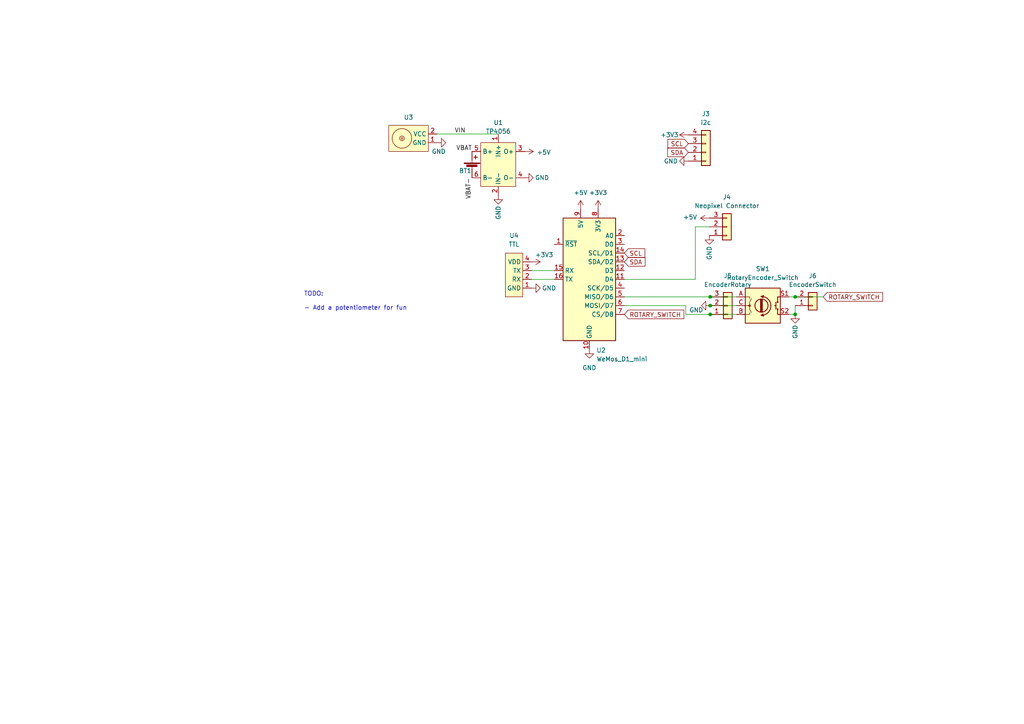
<source format=kicad_sch>
(kicad_sch (version 20211123) (generator eeschema)
  (paper "A4")
  (lib_symbols
    (symbol "Connector_Generic:Conn_01x02" (pin_names (offset 1.016) hide)
      (property "Reference" "J" (at 0 2.54 0))
      (property "Value" "Conn_01x02" (at 0 -5.08 0))
      (symbol "Conn_01x02_1_1"
        (rectangle (start -1.27 -2.413) (end 0 -2.667) (stroke (width 0.1524)))
        (rectangle (start -1.27 0.127) (end 0 -0.127) (stroke (width 0.1524)))
        (rectangle (start -1.27 1.27) (end 1.27 -3.81) (stroke (width 0.254)) (fill (type background)))
        (pin passive line (at -5.08 0 0) (length 3.81) (name "Pin_1") (number "1"))
        (pin passive line (at -5.08 -2.54 0) (length 3.81) (name "Pin_2") (number "2"))
      )
    )
    (symbol "Connector_Generic:Conn_01x03" (pin_names (offset 1.016) hide)
      (property "Reference" "J" (at 0 5.08 0))
      (property "Value" "Conn_01x03" (at 0 -5.08 0))
      (symbol "Conn_01x03_1_1"
        (rectangle (start -1.27 -2.413) (end 0 -2.667) (stroke (width 0.1524)))
        (rectangle (start -1.27 0.127) (end 0 -0.127) (stroke (width 0.1524)))
        (rectangle (start -1.27 2.667) (end 0 2.413) (stroke (width 0.1524)))
        (rectangle (start -1.27 3.81) (end 1.27 -3.81) (stroke (width 0.254)) (fill (type background)))
        (pin passive line (at -5.08 2.54 0) (length 3.81) (name "Pin_1") (number "1"))
        (pin passive line (at -5.08 0 0) (length 3.81) (name "Pin_2") (number "2"))
        (pin passive line (at -5.08 -2.54 0) (length 3.81) (name "Pin_3") (number "3"))
      )
    )
    (symbol "Connector_Generic:Conn_01x04" (pin_names (offset 1.016) hide)
      (property "Reference" "J" (at 0 5.08 0))
      (property "Value" "Conn_01x04" (at 0 -7.62 0))
      (symbol "Conn_01x04_1_1"
        (rectangle (start -1.27 -4.953) (end 0 -5.207) (stroke (width 0.1524)))
        (rectangle (start -1.27 -2.413) (end 0 -2.667) (stroke (width 0.1524)))
        (rectangle (start -1.27 0.127) (end 0 -0.127) (stroke (width 0.1524)))
        (rectangle (start -1.27 2.667) (end 0 2.413) (stroke (width 0.1524)))
        (rectangle (start -1.27 3.81) (end 1.27 -6.35) (stroke (width 0.254)) (fill (type background)))
        (pin passive line (at -5.08 2.54 0) (length 3.81) (name "Pin_1") (number "1"))
        (pin passive line (at -5.08 0 0) (length 3.81) (name "Pin_2") (number "2"))
        (pin passive line (at -5.08 -2.54 0) (length 3.81) (name "Pin_3") (number "3"))
        (pin passive line (at -5.08 -5.08 0) (length 3.81) (name "Pin_4") (number "4"))
      )
    )
    (symbol "Device:Battery_Cell" (pin_numbers hide) (pin_names (offset 0) hide)
      (property "Reference" "BT" (at 2.54 2.54 0))
      (property "Value" "Battery_Cell" (at 2.54 0 0))
      (symbol "Battery_Cell_0_1"
        (rectangle (start -2.286 1.778) (end 2.286 1.524) (fill (type outline)))
        (rectangle (start -1.5748 1.1938) (end 1.4732 0.6858) (fill (type outline)))
        (polyline (pts (xy 0 0.762) (xy 0 0)))
        (polyline (pts (xy 0 1.778) (xy 0 2.54)))
        (polyline (pts (xy 0.508 3.429) (xy 1.524 3.429)) (stroke (width 0.254)))
        (polyline (pts (xy 1.016 3.937) (xy 1.016 2.921)) (stroke (width 0.254)))
      )
      (symbol "Battery_Cell_1_1"
        (pin passive line (at 0 5.08 270) (length 2.54) (name "+") (number "1"))
        (pin passive line (at 0 -2.54 90) (length 2.54) (name "-") (number "2"))
      )
    )
    (symbol "Device:RotaryEncoder_Switch" (pin_names (offset 0.254) hide)
      (property "Reference" "SW" (at 0 6.604 0))
      (property "Value" "RotaryEncoder_Switch" (at 0 -6.604 0))
      (symbol "RotaryEncoder_Switch_0_1"
        (rectangle (start -5.08 5.08) (end 5.08 -5.08) (stroke (width 0.254)) (fill (type background)))
        (circle (center -3.81 0) (radius 0.254) (fill (type outline)))
        (arc (start -0.381 -2.794) (mid 2.3622 -0.0508) (end -0.381 2.667) (stroke (width 0.254)))
        (circle (center -0.381 0) (radius 1.905) (stroke (width 0.254)))
        (polyline (pts (xy -0.635 -1.778) (xy -0.635 1.778)) (stroke (width 0.254)))
        (polyline (pts (xy -0.381 -1.778) (xy -0.381 1.778)) (stroke (width 0.254)))
        (polyline (pts (xy -0.127 1.778) (xy -0.127 -1.778)) (stroke (width 0.254)))
        (polyline (pts (xy 3.81 0) (xy 3.429 0)) (stroke (width 0.254)))
        (polyline (pts (xy 3.81 1.016) (xy 3.81 -1.016)) (stroke (width 0.254)))
        (polyline (pts (xy -5.08 -2.54) (xy -3.81 -2.54) (xy -3.81 -2.032)))
        (polyline (pts (xy -5.08 2.54) (xy -3.81 2.54) (xy -3.81 2.032)))
        (polyline (pts (xy 0.254 -3.048) (xy -0.508 -2.794) (xy 0.127 -2.413)) (stroke (width 0.254)))
        (polyline (pts (xy 0.254 2.921) (xy -0.508 2.667) (xy 0.127 2.286)) (stroke (width 0.254)))
        (polyline (pts (xy 5.08 -2.54) (xy 4.318 -2.54) (xy 4.318 -1.016)) (stroke (width 0.254)))
        (polyline (pts (xy 5.08 2.54) (xy 4.318 2.54) (xy 4.318 1.016)) (stroke (width 0.254)))
        (polyline (pts (xy -5.08 0) (xy -3.81 0) (xy -3.81 -1.016) (xy -3.302 -2.032)))
        (polyline (pts (xy -4.318 0) (xy -3.81 0) (xy -3.81 1.016) (xy -3.302 2.032)))
        (circle (center 4.318 -1.016) (radius 0.127) (stroke (width 0.254)))
        (circle (center 4.318 1.016) (radius 0.127) (stroke (width 0.254)))
      )
      (symbol "RotaryEncoder_Switch_1_1"
        (pin passive line (at -7.62 2.54 0) (length 2.54) (name "A") (number "A"))
        (pin passive line (at -7.62 -2.54 0) (length 2.54) (name "B") (number "B"))
        (pin passive line (at -7.62 0 0) (length 2.54) (name "C") (number "C"))
        (pin passive line (at 7.62 2.54 180) (length 2.54) (name "S1") (number "S1"))
        (pin passive line (at 7.62 -2.54 180) (length 2.54) (name "S2") (number "S2"))
      )
    )
    (symbol "MCU_Module:WeMos_D1_mini"
      (property "Reference" "U" (at 3.81 19.05 0))
      (property "Value" "WeMos_D1_mini" (at 1.27 -19.05 0))
      (symbol "WeMos_D1_mini_1_1"
        (rectangle (start -7.62 17.78) (end 7.62 -17.78) (stroke (width 0.254)) (fill (type background)))
        (pin input line (at -10.16 10.16 0) (length 2.54) (name "~{RST}") (number "1"))
        (pin power_in line (at 0 -20.32 90) (length 2.54) (name "GND") (number "10"))
        (pin bidirectional line (at 10.16 0 180) (length 2.54) (name "D4") (number "11"))
        (pin bidirectional line (at 10.16 2.54 180) (length 2.54) (name "D3") (number "12"))
        (pin bidirectional line (at 10.16 5.08 180) (length 2.54) (name "SDA/D2") (number "13"))
        (pin bidirectional line (at 10.16 7.62 180) (length 2.54) (name "SCL/D1") (number "14"))
        (pin input line (at -10.16 2.54 0) (length 2.54) (name "RX") (number "15"))
        (pin output line (at -10.16 0 0) (length 2.54) (name "TX") (number "16"))
        (pin input line (at 10.16 12.7 180) (length 2.54) (name "A0") (number "2"))
        (pin bidirectional line (at 10.16 10.16 180) (length 2.54) (name "D0") (number "3"))
        (pin bidirectional line (at 10.16 -2.54 180) (length 2.54) (name "SCK/D5") (number "4"))
        (pin bidirectional line (at 10.16 -5.08 180) (length 2.54) (name "MISO/D6") (number "5"))
        (pin bidirectional line (at 10.16 -7.62 180) (length 2.54) (name "MOSI/D7") (number "6"))
        (pin bidirectional line (at 10.16 -10.16 180) (length 2.54) (name "CS/D8") (number "7"))
        (pin power_out line (at 2.54 20.32 270) (length 2.54) (name "3V3") (number "8"))
        (pin power_in line (at -2.54 20.32 270) (length 2.54) (name "5V") (number "9"))
      )
    )
    (symbol "TP4056:TP4056"
      (property "Reference" "U" (at -5.715 7.62 0))
      (property "Value" "TP4056" (at 3.81 -7.62 0))
      (symbol "TP4056_0_1"
        (rectangle (start -5.08 6.35) (end 5.08 -6.35) (fill (type background)))
      )
      (symbol "TP4056_1_1"
        (pin power_in line (at 0 8.89 270) (length 2.54) (name "IN+") (number "1"))
        (pin power_in line (at 0 -8.89 90) (length 2.54) (name "IN-") (number "2"))
        (pin power_out line (at 7.62 3.81 180) (length 2.54) (name "O+") (number "3"))
        (pin power_out line (at 7.62 -3.81 180) (length 2.54) (name "O-") (number "4"))
        (pin power_in line (at -7.62 3.81 0) (length 2.54) (name "B+") (number "5"))
        (pin power_in line (at -7.62 -3.81 0) (length 2.54) (name "B-") (number "6"))
      )
    )
    (symbol "ftdi-connector:TTL"
      (property "Reference" "U" (at -6.1468 2.3368 0))
      (property "Value" "TTL" (at 2.54 7.62 0))
      (symbol "TTL_0_1"
        (rectangle (start 0 5.08) (end 5.08 -7.62) (fill (type background)))
      )
      (symbol "TTL_1_1"
        (pin power_in line (at -2.54 -5.08 0) (length 2.54) (name "GND") (number "1"))
        (pin input line (at -2.54 -2.54 0) (length 2.54) (name "RX") (number "2"))
        (pin output line (at -2.54 0 0) (length 2.54) (name "TX") (number "3"))
        (pin power_in line (at -2.54 2.54 0) (length 2.54) (name "VDD") (number "4"))
      )
    )
    (symbol "magnetic-charger:magnetic-charger"
      (property "Reference" "U" (at 0 5.08 0))
      (symbol "magnetic-charger_0_1"
        (rectangle (start -6.35 3.81) (end 5.08 -3.81) (fill (type background)))
        (circle (center -2.54 0) (radius 0.2583))
        (circle (center -2.54 0) (radius 0.6825))
        (circle (center -2.54 0) (radius 2.8398))
      )
      (symbol "magnetic-charger_1_1"
        (pin power_in line (at 7.62 -1.27 180) (length 2.54) (name "GND") (number "1"))
        (pin power_in line (at 7.62 1.27 180) (length 2.54) (name "VCC") (number "2"))
      )
    )
    (symbol "power:+3V3" (power) (pin_names (offset 0))
      (property "Value" "+3V3" (at 0 3.556 0))
      (symbol "+3V3_0_1"
        (polyline (pts (xy -0.762 1.27) (xy 0 2.54)))
        (polyline (pts (xy 0 0) (xy 0 2.54)))
        (polyline (pts (xy 0 2.54) (xy 0.762 1.27)))
      )
      (symbol "+3V3_1_1"
        (pin power_in line (at 0 0 90) (length 0) hide (name "+3V3") (number "1"))
      )
    )
    (symbol "power:+5V" (power) (pin_names (offset 0))
      (property "Value" "+5V" (at 0 3.556 0))
      (symbol "+5V_0_1"
        (polyline (pts (xy -0.762 1.27) (xy 0 2.54)))
        (polyline (pts (xy 0 0) (xy 0 2.54)))
        (polyline (pts (xy 0 2.54) (xy 0.762 1.27)))
      )
      (symbol "+5V_1_1"
        (pin power_in line (at 0 0 90) (length 0) hide (name "+5V") (number "1"))
      )
    )
    (symbol "power:GND" (power) (pin_names (offset 0))
      (property "Value" "GND" (at 0 -3.81 0))
      (symbol "GND_0_1"
        (polyline (pts (xy 0 0) (xy 0 -1.27) (xy 1.27 -1.27) (xy 0 -2.54) (xy -1.27 -1.27) (xy 0 -1.27)))
      )
      (symbol "GND_1_1"
        (pin power_in line (at 0 0 270) (length 0) hide (name "GND") (number "1"))
      )
    )
  )
  (junction (at 205.994 86.106))
  (junction (at 230.632 86.106))
  (junction (at 205.994 88.646))
  (junction (at 230.632 91.186))
  (junction (at 205.994 91.186))
  (wire (pts (xy 205.994 91.186) (xy 213.614 91.186)))
  (wire (pts (xy 181.102 88.646) (xy 198.882 88.646)))
  (wire (pts (xy 205.994 86.106) (xy 213.614 86.106)))
  (wire (pts (xy 181.102 81.026) (xy 201.676 81.026)))
  (wire (pts (xy 154.178 78.486) (xy 160.782 78.486)))
  (wire (pts (xy 228.854 86.106) (xy 230.632 86.106)))
  (wire (pts (xy 198.882 88.646) (xy 198.882 91.186)))
  (wire (pts (xy 201.676 81.026) (xy 201.676 65.786)))
  (wire (pts (xy 230.632 86.106) (xy 238.76 86.106)))
  (wire (pts (xy 198.882 91.186) (xy 205.994 91.186)))
  (wire (pts (xy 201.676 65.786) (xy 205.74 65.786)))
  (wire (pts (xy 126.746 38.862) (xy 144.526 38.862)))
  (wire (pts (xy 230.632 91.186) (xy 228.854 91.186)))
  (wire (pts (xy 154.178 81.026) (xy 160.782 81.026)))
  (wire (pts (xy 230.632 88.646) (xy 230.632 91.186)))
  (wire (pts (xy 181.102 86.106) (xy 205.994 86.106)))
  (wire (pts (xy 205.994 88.646) (xy 213.614 88.646)))
  (text "TODO:\n\n- Add a potentiometer for fun" (at 88.138 90.17 0) (effects (font (size 1.27 1.27)) (justify left bottom)))
  (label "VBAT-" (at 136.906 51.562 270))
  (label "VBAT" (at 136.906 43.942 180))
  (label "VIN" (at 131.826 38.862 0))
  (global_label "SCL" (shape input) (at 181.102 73.406 0) (property "Intersheet References" "${INTERSHEET_REFS}" (effects hide)))
  (global_label "ROTARY_SWITCH" (shape input) (at 238.76 86.106 0) (property "Intersheet References" "${INTERSHEET_REFS}" (effects hide)))
  (global_label "ROTARY_SWITCH" (shape input) (at 181.102 91.186 0) (property "Intersheet References" "${INTERSHEET_REFS}" (effects hide)))
  (global_label "SDA" (shape input) (at 181.102 75.946 0) (property "Intersheet References" "${INTERSHEET_REFS}" (effects hide)))
  (global_label "SCL" (shape input) (at 199.644 41.656 180) (property "Intersheet References" "${INTERSHEET_REFS}" (effects hide)))
  (global_label "SDA" (shape input) (at 199.644 44.196 180) (property "Intersheet References" "${INTERSHEET_REFS}" (effects hide)))
  (symbol (lib_id "power:GND") (at 126.746 41.402 90) (unit 1)
    (property "Reference" "#PWR0101" (effects hide))
    (property "Value" "GND" (at 129.286 43.942 90) (effects (justify left)))
  )
  (symbol (lib_id "power:GND") (at 205.74 68.326 0) (unit 1)
    (property "Reference" "#PWR0107" (effects hide))
    (property "Value" "GND" (at 205.74 75.438 90) (effects (justify left)))
  )
  (symbol (lib_id "power:+5V") (at 168.402 60.706 0) (unit 1)
    (property "Reference" "#PWR0111" (effects hide))
    (property "Value" "+5V" (at 168.402 55.88 0))
  )
  (symbol (lib_id "power:+3V3") (at 154.178 75.946 270) (unit 1)
    (property "Reference" "#PWR0104" (effects hide))
    (property "Value" "+3V3" (at 155.194 73.914 90) (effects (justify left)))
  )
  (symbol (lib_id "power:+5V") (at 205.74 63.246 90) (unit 1)
    (property "Reference" "#PWR0108" (effects hide))
    (property "Value" "+5V" (at 198.12 62.992 90) (effects (justify right)))
  )
  (symbol (lib_id "power:GND") (at 154.178 83.566 90) (unit 1)
    (property "Reference" "#PWR0105" (effects hide))
    (property "Value" "GND" (at 161.29 83.566 90) (effects (justify left)))
  )
  (symbol (lib_id "ftdi-connector:TTL") (at 151.638 78.486 0) (mirror y) (unit 1)
    (property "Reference" "U4" (at 149.098 68.326 0))
    (property "Value" "TTL" (at 149.098 70.866 0))
    (property "Footprint" "Connector_PinHeader_2.54mm:PinHeader_1x04_P2.54mm_Vertical" (effects hide))
  )
  (symbol (lib_id "power:+5V") (at 152.146 43.942 270) (unit 1)
    (property "Reference" "#PWR0106" (effects hide))
    (property "Value" "+5V" (at 159.766 44.196 90) (effects (justify right)))
  )
  (symbol (lib_id "Connector_Generic:Conn_01x04") (at 204.724 44.196 0) (mirror x) (unit 1)
    (property "Reference" "J3" (at 204.724 33.02 0))
    (property "Value" "i2c" (at 204.724 35.56 0))
    (property "Footprint" "Connector_PinHeader_2.54mm:PinHeader_1x04_P2.54mm_Vertical" (effects hide))
  )
  (symbol (lib_id "magnetic-charger:magnetic-charger") (at 119.126 40.132 0) (unit 1)
    (property "Reference" "U3" (at 118.491 34.036 0))
    (property "Value" "magnetic-charger" (effects hide))
    (property "Footprint" "magnetic-charger:magnetic-charger" (effects hide))
  )
  (symbol (lib_id "power:GND") (at 152.146 51.562 90) (unit 1)
    (property "Reference" "#PWR0102" (effects hide))
    (property "Value" "GND" (at 159.258 51.562 90) (effects (justify left)))
  )
  (symbol (lib_id "Device:Battery_Cell") (at 136.906 49.022 0) (unit 1)
    (property "Reference" "BT1" (at 133.096 49.53 0) (effects (justify left)))
    (property "Value" "Battery_Cell" (effects hide))
    (property "Footprint" "Connector_JST:JST_EH_S2B-EH_1x02_P2.50mm_Horizontal" (effects hide))
  )
  (symbol (lib_id "power:GND") (at 199.644 46.736 270) (unit 1)
    (property "Reference" "#PWR0115" (effects hide))
    (property "Value" "GND" (at 192.532 46.736 90) (effects (justify left)))
  )
  (symbol (lib_id "power:+3V3") (at 173.482 60.706 0) (unit 1)
    (property "Reference" "#PWR0112" (effects hide))
    (property "Value" "+3V3" (at 173.482 55.88 0))
  )
  (symbol (lib_id "power:GND") (at 230.632 91.186 0) (unit 1)
    (property "Reference" "#PWR0110" (effects hide))
    (property "Value" "GND" (at 230.632 98.298 90) (effects (justify left)))
  )
  (symbol (lib_id "Connector_Generic:Conn_01x03") (at 210.82 65.786 0) (mirror x) (unit 1)
    (property "Reference" "J4" (at 210.82 57.15 0))
    (property "Value" "Neopixel Connector" (at 210.82 59.69 0))
    (property "Footprint" "Connector_PinHeader_2.54mm:PinHeader_1x03_P2.54mm_Horizontal" (effects hide))
  )
  (symbol (lib_id "Connector_Generic:Conn_01x02") (at 235.712 88.646 0) (mirror x) (unit 1)
    (property "Reference" "J6" (at 235.712 80.01 0))
    (property "Value" "EncoderSwitch" (at 235.712 82.55 0))
    (property "Footprint" "Connector_PinHeader_2.54mm:PinHeader_1x02_P2.54mm_Vertical" (effects hide))
  )
  (symbol (lib_id "MCU_Module:WeMos_D1_mini") (at 170.942 81.026 0) (unit 1)
    (property "Reference" "U2" (at 172.9614 101.6 0) (effects (justify left)))
    (property "Value" "WeMos_D1_mini" (at 172.9614 104.14 0) (effects (justify left)))
    (property "Footprint" "Module:WEMOS_D1_mini_light" (effects hide))
    (property "Datasheet" "https://wiki.wemos.cc/products:d1:d1_mini#documentation" (effects hide))
  )
  (symbol (lib_id "power:+3V3") (at 199.644 39.116 90) (unit 1)
    (property "Reference" "#PWR0114" (effects hide))
    (property "Value" "+3V3" (at 191.516 39.116 90) (effects (justify right)))
  )
  (symbol (lib_id "power:GND") (at 170.942 101.346 0) (unit 1)
    (property "Reference" "#PWR0103" (effects hide))
    (property "Value" "GND" (at 170.942 106.68 0))
  )
  (symbol (lib_id "Device:RotaryEncoder_Switch") (at 221.234 88.646 0) (unit 1)
    (property "Reference" "SW1" (at 221.234 77.978 0))
    (property "Value" "RotaryEncoder_Switch" (at 221.234 80.518 0))
    (property "Footprint" "Rotary_Encoder:RotaryEncoder_Alps_EC12E-Switch_Vertical_H20mm" (effects hide))
  )
  (symbol (lib_id "Connector_Generic:Conn_01x03") (at 211.074 88.646 0) (mirror x) (unit 1)
    (property "Reference" "J5" (at 211.074 80.01 0))
    (property "Value" "EncoderRotary" (at 211.074 82.55 0))
    (property "Footprint" "Connector_PinHeader_2.54mm:PinHeader_1x03_P2.54mm_Vertical" (effects hide))
  )
  (symbol (lib_id "power:GND") (at 205.994 88.646 270) (unit 1)
    (property "Reference" "#PWR0109" (effects hide))
    (property "Value" "GND" (at 199.898 89.916 90) (effects (justify left)))
  )
  (symbol (lib_id "power:GND") (at 144.526 56.642 0) (unit 1)
    (property "Reference" "#PWR0113" (effects hide))
    (property "Value" "GND" (at 144.526 63.754 90) (effects (justify left)))
  )
  (symbol (lib_id "TP4056:TP4056") (at 144.526 47.752 0) (unit 1)
    (property "Reference" "U1" (at 144.526 35.56 0))
    (property "Value" "TP4056" (at 144.526 38.1 0))
    (property "Footprint" "TP4056:TP4056" (effects hide))
  )
)
</source>
